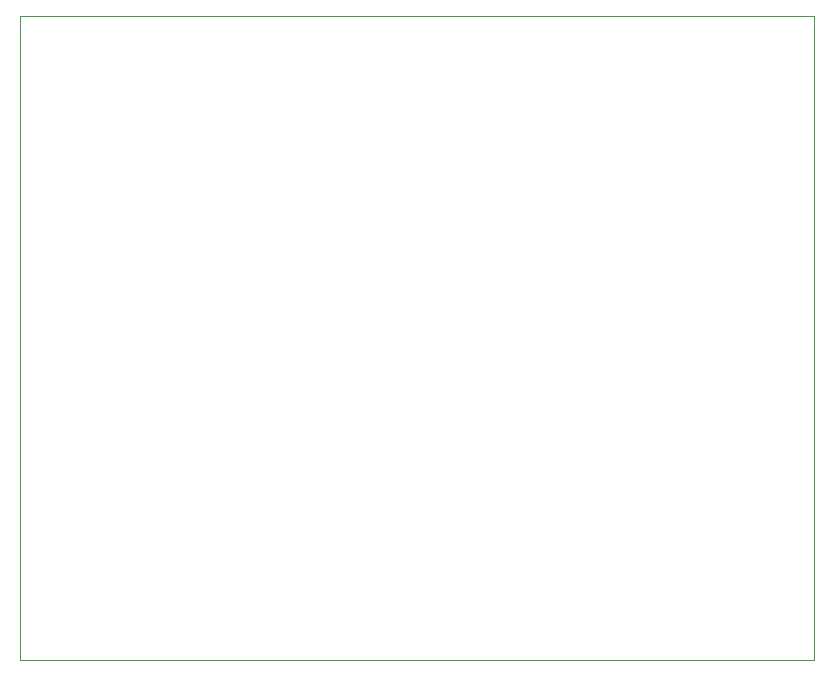
<source format=gbr>
%TF.GenerationSoftware,KiCad,Pcbnew,7.0.7*%
%TF.CreationDate,2023-11-25T23:50:18-06:00*%
%TF.ProjectId,DAC2DE0,44414332-4445-4302-9e6b-696361645f70,rev?*%
%TF.SameCoordinates,Original*%
%TF.FileFunction,Profile,NP*%
%FSLAX46Y46*%
G04 Gerber Fmt 4.6, Leading zero omitted, Abs format (unit mm)*
G04 Created by KiCad (PCBNEW 7.0.7) date 2023-11-25 23:50:18*
%MOMM*%
%LPD*%
G01*
G04 APERTURE LIST*
%TA.AperFunction,Profile*%
%ADD10C,0.100000*%
%TD*%
G04 APERTURE END LIST*
D10*
X226872800Y-125425200D02*
X159664400Y-125425200D01*
X159664400Y-70916800D01*
X226872800Y-70916800D01*
X226872800Y-125425200D01*
M02*

</source>
